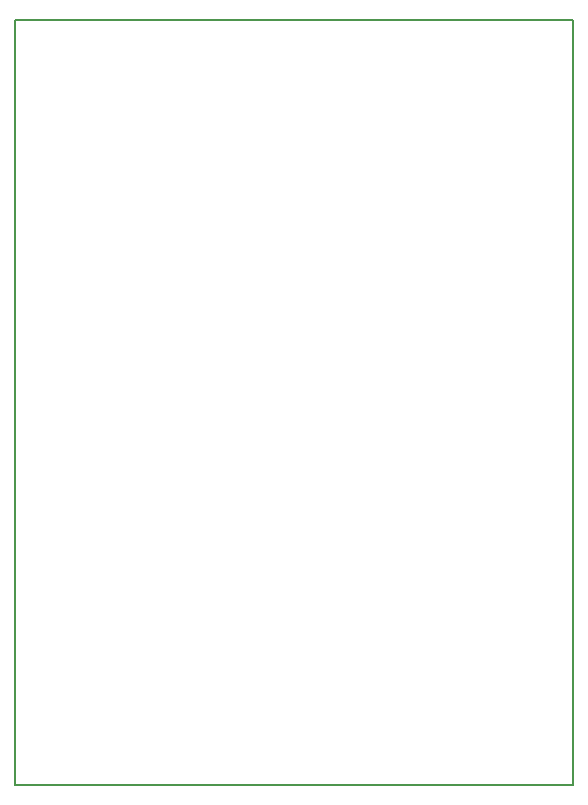
<source format=gbr>
G04 #@! TF.GenerationSoftware,KiCad,Pcbnew,(5.0.0-3-g5ebb6b6)*
G04 #@! TF.CreationDate,2018-11-21T14:18:23-05:00*
G04 #@! TF.ProjectId,itpower_current,6974706F7765725F63757272656E742E,rev?*
G04 #@! TF.SameCoordinates,Original*
G04 #@! TF.FileFunction,Profile,NP*
%FSLAX46Y46*%
G04 Gerber Fmt 4.6, Leading zero omitted, Abs format (unit mm)*
G04 Created by KiCad (PCBNEW (5.0.0-3-g5ebb6b6)) date Wednesday, November 21, 2018 at 02:18:23 PM*
%MOMM*%
%LPD*%
G01*
G04 APERTURE LIST*
%ADD10C,0.150000*%
G04 APERTURE END LIST*
D10*
X58674000Y-12192000D02*
X11430000Y-12192000D01*
X58674000Y-76962000D02*
X58674000Y-12192000D01*
X11430000Y-76962000D02*
X58674000Y-76962000D01*
X11430000Y-12192000D02*
X11430000Y-76962000D01*
M02*

</source>
